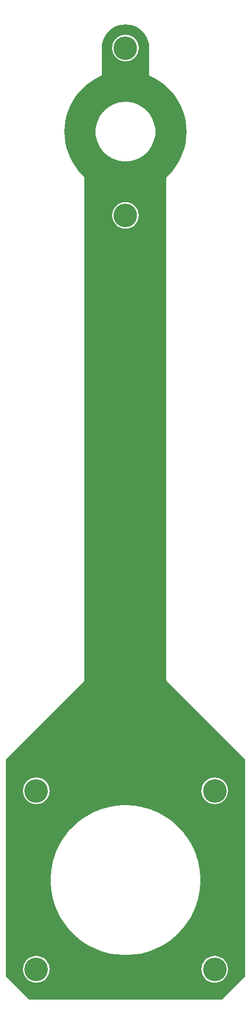
<source format=gbl>
G04*
G04 #@! TF.GenerationSoftware,Altium Limited,Altium Designer,21.2.0 (30)*
G04*
G04 Layer_Physical_Order=2*
G04 Layer_Color=16711680*
%FSLAX25Y25*%
%MOIN*%
G70*
G04*
G04 #@! TF.SameCoordinates,4CBECB1B-55B4-4B8D-9185-352C28CE6FA5*
G04*
G04*
G04 #@! TF.FilePolarity,Positive*
G04*
G01*
G75*
%ADD12C,0.16142*%
G36*
X85804Y668330D02*
X88279Y667736D01*
X90630Y666762D01*
X92800Y665432D01*
X94735Y663779D01*
X96387Y661845D01*
X97717Y659675D01*
X98691Y657324D01*
X99285Y654849D01*
X99476Y652419D01*
X99455Y652313D01*
X99455Y634596D01*
X99571Y634011D01*
X99903Y633515D01*
X100362Y633208D01*
X100357Y633198D01*
X100932Y632960D01*
X104166Y631276D01*
X107241Y629317D01*
X110134Y627097D01*
X112823Y624634D01*
X115286Y621945D01*
X117506Y619052D01*
X119465Y615977D01*
X121149Y612743D01*
X122544Y609374D01*
X123640Y605897D01*
X124430Y602337D01*
X124906Y598722D01*
X125065Y595079D01*
X124906Y591436D01*
X124430Y587821D01*
X123640Y584261D01*
X122544Y580783D01*
X121149Y577415D01*
X119465Y574180D01*
X117506Y571105D01*
X115286Y568212D01*
X112823Y565524D01*
X112080Y564844D01*
X111740Y564531D01*
X111486Y564139D01*
X111448Y564082D01*
X111382Y563984D01*
X111266Y563399D01*
Y220276D01*
X111382Y219690D01*
X111714Y219194D01*
X165006Y165902D01*
X165006Y17464D01*
X149071Y1529D01*
X17464D01*
X1529Y17464D01*
Y165902D01*
X54822Y219194D01*
X55153Y219690D01*
X55270Y220276D01*
Y563399D01*
X55153Y563984D01*
X55088Y564082D01*
X55049Y564139D01*
X54796Y564531D01*
X54455Y564844D01*
X53713Y565524D01*
X51249Y568212D01*
X49030Y571105D01*
X47071Y574180D01*
X45387Y577415D01*
X43992Y580783D01*
X42895Y584261D01*
X42106Y587821D01*
X41630Y591436D01*
X41471Y595079D01*
X41630Y598722D01*
X42106Y602337D01*
X42895Y605897D01*
X43992Y609374D01*
X45387Y612743D01*
X47071Y615977D01*
X49030Y619052D01*
X51249Y621945D01*
X53713Y624634D01*
X56401Y627097D01*
X59294Y629317D01*
X62369Y631276D01*
X65604Y632960D01*
X66178Y633198D01*
X66173Y633208D01*
X66633Y633515D01*
X66964Y634011D01*
X67081Y634596D01*
Y652313D01*
X67059Y652419D01*
X67251Y654849D01*
X67845Y657324D01*
X68819Y659675D01*
X70148Y661845D01*
X71801Y663779D01*
X73736Y665432D01*
X75906Y666762D01*
X78256Y667736D01*
X80731Y668330D01*
X83268Y668529D01*
X85804Y668330D01*
D02*
G37*
%LPC*%
G36*
X83268Y661426D02*
X81489Y661251D01*
X79780Y660732D01*
X78204Y659890D01*
X76823Y658756D01*
X75689Y657375D01*
X74847Y655799D01*
X74328Y654089D01*
X74153Y652311D01*
X74328Y650533D01*
X74847Y648823D01*
X75689Y647247D01*
X76823Y645866D01*
X78204Y644732D01*
X79780Y643890D01*
X81489Y643371D01*
X83268Y643196D01*
X85046Y643371D01*
X86756Y643890D01*
X88332Y644732D01*
X89713Y645866D01*
X90846Y647247D01*
X91689Y648823D01*
X92207Y650533D01*
X92383Y652311D01*
X92207Y654089D01*
X91689Y655799D01*
X90846Y657375D01*
X89713Y658756D01*
X88332Y659890D01*
X86756Y660732D01*
X85046Y661251D01*
X83268Y661426D01*
D02*
G37*
G36*
X84535Y615439D02*
X82000D01*
X81934Y615426D01*
X81867Y615430D01*
X79353Y615099D01*
X79290Y615078D01*
X79223Y615073D01*
X76774Y614417D01*
X76713Y614387D01*
X76647Y614374D01*
X74305Y613404D01*
X74249Y613367D01*
X74186Y613345D01*
X71990Y612077D01*
X71939Y612033D01*
X71879Y612003D01*
X69868Y610460D01*
X69823Y610409D01*
X69767Y610372D01*
X67975Y608579D01*
X67937Y608523D01*
X67887Y608479D01*
X66343Y606467D01*
X66313Y606407D01*
X66269Y606357D01*
X65001Y604161D01*
X64980Y604097D01*
X64943Y604041D01*
X63972Y601699D01*
X63959Y601633D01*
X63929Y601573D01*
X63273Y599124D01*
X63269Y599057D01*
X63247Y598993D01*
X62916Y596480D01*
X62921Y596412D01*
X62908Y596346D01*
Y593811D01*
X62921Y593745D01*
X62916Y593678D01*
X63247Y591164D01*
X63269Y591101D01*
X63273Y591034D01*
X63929Y588585D01*
X63959Y588524D01*
X63972Y588458D01*
X64943Y586116D01*
X64980Y586060D01*
X65001Y585996D01*
X66269Y583801D01*
X66313Y583750D01*
X66343Y583690D01*
X67887Y581679D01*
X67937Y581634D01*
X67975Y581578D01*
X69767Y579786D01*
X69823Y579748D01*
X69868Y579698D01*
X71879Y578154D01*
X71939Y578125D01*
X71990Y578080D01*
X74186Y576813D01*
X74249Y576791D01*
X74305Y576754D01*
X76647Y575783D01*
X76713Y575770D01*
X76774Y575740D01*
X79223Y575084D01*
X79290Y575080D01*
X79353Y575058D01*
X81867Y574727D01*
X81934Y574732D01*
X82000Y574719D01*
X84535D01*
X84601Y574732D01*
X84668Y574727D01*
X87182Y575058D01*
X87246Y575080D01*
X87313Y575084D01*
X89762Y575740D01*
X89822Y575770D01*
X89888Y575783D01*
X92230Y576754D01*
X92286Y576791D01*
X92350Y576813D01*
X94546Y578080D01*
X94596Y578125D01*
X94656Y578154D01*
X96668Y579698D01*
X96712Y579748D01*
X96768Y579786D01*
X98561Y581578D01*
X98598Y581634D01*
X98649Y581679D01*
X100192Y583690D01*
X100222Y583750D01*
X100266Y583801D01*
X101534Y585996D01*
X101556Y586060D01*
X101593Y586116D01*
X102563Y588458D01*
X102576Y588524D01*
X102606Y588585D01*
X103262Y591034D01*
X103267Y591101D01*
X103288Y591164D01*
X103619Y593678D01*
X103615Y593745D01*
X103628Y593811D01*
Y596346D01*
X103615Y596412D01*
X103619Y596480D01*
X103288Y598993D01*
X103267Y599057D01*
X103262Y599124D01*
X102606Y601573D01*
X102576Y601633D01*
X102563Y601699D01*
X101593Y604041D01*
X101556Y604097D01*
X101534Y604161D01*
X100266Y606357D01*
X100222Y606407D01*
X100192Y606467D01*
X98649Y608479D01*
X98598Y608523D01*
X98561Y608579D01*
X96768Y610372D01*
X96712Y610409D01*
X96668Y610460D01*
X94656Y612003D01*
X94596Y612033D01*
X94546Y612077D01*
X92350Y613345D01*
X92286Y613367D01*
X92230Y613404D01*
X89888Y614374D01*
X89822Y614387D01*
X89762Y614417D01*
X87313Y615073D01*
X87246Y615078D01*
X87182Y615099D01*
X84668Y615430D01*
X84601Y615426D01*
X84535Y615439D01*
D02*
G37*
G36*
X83268Y546961D02*
X81489Y546786D01*
X79780Y546267D01*
X78204Y545425D01*
X76823Y544292D01*
X75689Y542910D01*
X74847Y541334D01*
X74328Y539625D01*
X74153Y537847D01*
X74328Y536068D01*
X74847Y534358D01*
X75689Y532783D01*
X76823Y531401D01*
X78204Y530268D01*
X79780Y529425D01*
X81489Y528907D01*
X83268Y528732D01*
X85046Y528907D01*
X86756Y529425D01*
X88332Y530268D01*
X89713Y531401D01*
X90846Y532783D01*
X91689Y534358D01*
X92207Y536068D01*
X92383Y537847D01*
X92207Y539625D01*
X91689Y541334D01*
X90846Y542910D01*
X89713Y544292D01*
X88332Y545425D01*
X86756Y546267D01*
X85046Y546786D01*
X83268Y546961D01*
D02*
G37*
G36*
X144291Y153406D02*
X142513Y153231D01*
X140803Y152712D01*
X139227Y151870D01*
X137846Y150736D01*
X136713Y149355D01*
X135870Y147779D01*
X135352Y146070D01*
X135177Y144291D01*
X135352Y142513D01*
X135870Y140803D01*
X136713Y139227D01*
X137846Y137846D01*
X139227Y136713D01*
X140803Y135870D01*
X142513Y135352D01*
X144291Y135177D01*
X146070Y135352D01*
X147779Y135870D01*
X149355Y136713D01*
X150736Y137846D01*
X151870Y139227D01*
X152712Y140803D01*
X153231Y142513D01*
X153406Y144291D01*
X153231Y146070D01*
X152712Y147779D01*
X151870Y149355D01*
X150736Y150736D01*
X149355Y151870D01*
X147779Y152712D01*
X146070Y153231D01*
X144291Y153406D01*
D02*
G37*
G36*
X22244D02*
X20466Y153231D01*
X18756Y152712D01*
X17180Y151870D01*
X15799Y150736D01*
X14665Y149355D01*
X13823Y147779D01*
X13305Y146070D01*
X13129Y144291D01*
X13305Y142513D01*
X13823Y140803D01*
X14665Y139227D01*
X15799Y137846D01*
X17180Y136713D01*
X18756Y135870D01*
X20466Y135352D01*
X22244Y135177D01*
X24022Y135352D01*
X25732Y135870D01*
X27308Y136713D01*
X28689Y137846D01*
X29823Y139227D01*
X30665Y140803D01*
X31184Y142513D01*
X31359Y144291D01*
X31184Y146070D01*
X30665Y147779D01*
X29823Y149355D01*
X28689Y150736D01*
X27308Y151870D01*
X25732Y152712D01*
X24022Y153231D01*
X22244Y153406D01*
D02*
G37*
G36*
X85240Y134484D02*
X81296D01*
X81256Y134476D01*
X81216Y134481D01*
X77283Y134171D01*
X77244Y134160D01*
X77204Y134162D01*
X73308Y133545D01*
X73270Y133531D01*
X73229Y133529D01*
X69394Y132609D01*
X69357Y132592D01*
X69317Y132587D01*
X65565Y131368D01*
X65530Y131348D01*
X65490Y131340D01*
X61846Y129831D01*
X61812Y129808D01*
X61773Y129797D01*
X58259Y128006D01*
X58227Y127981D01*
X58189Y127967D01*
X54826Y125906D01*
X54796Y125879D01*
X54759Y125862D01*
X51568Y123543D01*
X51540Y123514D01*
X51505Y123494D01*
X48506Y120932D01*
X48480Y120900D01*
X48447Y120878D01*
X45658Y118089D01*
X45635Y118055D01*
X45603Y118030D01*
X43042Y115030D01*
X43022Y114995D01*
X42992Y114968D01*
X40674Y111776D01*
X40657Y111740D01*
X40629Y111710D01*
X38568Y108347D01*
X38554Y108309D01*
X38529Y108277D01*
X36738Y104762D01*
X36727Y104723D01*
X36705Y104690D01*
X35195Y101045D01*
X35187Y101005D01*
X35167Y100970D01*
X33948Y97219D01*
X33944Y97179D01*
X33927Y97142D01*
X33006Y93306D01*
X33004Y93266D01*
X32990Y93228D01*
X32373Y89332D01*
X32375Y89291D01*
X32364Y89252D01*
X32054Y85320D01*
X32059Y85280D01*
X32051Y85240D01*
Y81296D01*
X32059Y81256D01*
X32054Y81216D01*
X32364Y77283D01*
X32375Y77244D01*
X32373Y77204D01*
X32990Y73308D01*
X33004Y73270D01*
X33006Y73229D01*
X33927Y69394D01*
X33944Y69357D01*
X33948Y69317D01*
X35167Y65565D01*
X35187Y65530D01*
X35195Y65490D01*
X36705Y61846D01*
X36727Y61812D01*
X36738Y61773D01*
X38529Y58259D01*
X38554Y58227D01*
X38568Y58189D01*
X40629Y54826D01*
X40657Y54796D01*
X40674Y54759D01*
X42992Y51568D01*
X43022Y51540D01*
X43042Y51505D01*
X45603Y48506D01*
X45635Y48480D01*
X45658Y48447D01*
X48447Y45658D01*
X48480Y45635D01*
X48506Y45603D01*
X51505Y43042D01*
X51540Y43022D01*
X51568Y42992D01*
X54759Y40674D01*
X54796Y40657D01*
X54826Y40629D01*
X58189Y38568D01*
X58227Y38554D01*
X58259Y38529D01*
X61773Y36738D01*
X61812Y36727D01*
X61846Y36705D01*
X65490Y35195D01*
X65530Y35187D01*
X65565Y35167D01*
X69317Y33948D01*
X69357Y33944D01*
X69394Y33927D01*
X73229Y33006D01*
X73270Y33004D01*
X73308Y32990D01*
X77204Y32373D01*
X77244Y32375D01*
X77283Y32364D01*
X81216Y32054D01*
X81256Y32059D01*
X81296Y32051D01*
X85240D01*
X85280Y32059D01*
X85320Y32054D01*
X89252Y32364D01*
X89291Y32375D01*
X89332Y32373D01*
X93228Y32990D01*
X93266Y33004D01*
X93306Y33006D01*
X97142Y33927D01*
X97179Y33944D01*
X97219Y33948D01*
X100970Y35167D01*
X101005Y35187D01*
X101045Y35195D01*
X104690Y36705D01*
X104723Y36727D01*
X104762Y36738D01*
X108277Y38529D01*
X108309Y38554D01*
X108347Y38568D01*
X111710Y40629D01*
X111740Y40657D01*
X111776Y40674D01*
X114968Y42992D01*
X114995Y43022D01*
X115030Y43042D01*
X118030Y45603D01*
X118055Y45635D01*
X118089Y45658D01*
X120878Y48447D01*
X120900Y48480D01*
X120932Y48506D01*
X123494Y51505D01*
X123514Y51540D01*
X123543Y51568D01*
X125862Y54759D01*
X125879Y54796D01*
X125906Y54826D01*
X127967Y58189D01*
X127981Y58227D01*
X128006Y58259D01*
X129797Y61773D01*
X129808Y61812D01*
X129831Y61846D01*
X131340Y65490D01*
X131348Y65530D01*
X131368Y65565D01*
X132587Y69317D01*
X132592Y69357D01*
X132609Y69394D01*
X133529Y73229D01*
X133531Y73270D01*
X133545Y73308D01*
X134162Y77204D01*
X134160Y77244D01*
X134171Y77283D01*
X134481Y81216D01*
X134476Y81256D01*
X134484Y81296D01*
Y85240D01*
X134476Y85280D01*
X134481Y85320D01*
X134171Y89252D01*
X134160Y89291D01*
X134162Y89332D01*
X133545Y93228D01*
X133531Y93266D01*
X133529Y93306D01*
X132609Y97142D01*
X132592Y97179D01*
X132587Y97219D01*
X131368Y100970D01*
X131348Y101005D01*
X131340Y101045D01*
X129831Y104690D01*
X129808Y104723D01*
X129797Y104762D01*
X128006Y108277D01*
X127981Y108309D01*
X127967Y108347D01*
X125906Y111710D01*
X125879Y111740D01*
X125862Y111776D01*
X123543Y114968D01*
X123514Y114995D01*
X123494Y115030D01*
X120932Y118030D01*
X120900Y118055D01*
X120878Y118089D01*
X118089Y120878D01*
X118055Y120900D01*
X118030Y120932D01*
X115030Y123494D01*
X114995Y123514D01*
X114968Y123543D01*
X111776Y125862D01*
X111740Y125879D01*
X111710Y125906D01*
X108347Y127967D01*
X108309Y127981D01*
X108277Y128006D01*
X104762Y129797D01*
X104723Y129808D01*
X104690Y129831D01*
X101045Y131340D01*
X101005Y131348D01*
X100970Y131368D01*
X97219Y132587D01*
X97179Y132592D01*
X97142Y132609D01*
X93306Y133529D01*
X93266Y133531D01*
X93228Y133545D01*
X89332Y134162D01*
X89291Y134160D01*
X89252Y134171D01*
X85320Y134481D01*
X85280Y134476D01*
X85240Y134484D01*
D02*
G37*
G36*
X144291Y31359D02*
X142513Y31184D01*
X140803Y30665D01*
X139227Y29823D01*
X137846Y28689D01*
X136713Y27308D01*
X135870Y25732D01*
X135352Y24022D01*
X135177Y22244D01*
X135352Y20466D01*
X135870Y18756D01*
X136713Y17180D01*
X137846Y15799D01*
X139227Y14665D01*
X140803Y13823D01*
X142513Y13305D01*
X144291Y13129D01*
X146070Y13305D01*
X147779Y13823D01*
X149355Y14665D01*
X150736Y15799D01*
X151870Y17180D01*
X152712Y18756D01*
X153231Y20466D01*
X153406Y22244D01*
X153231Y24022D01*
X152712Y25732D01*
X151870Y27308D01*
X150736Y28689D01*
X149355Y29823D01*
X147779Y30665D01*
X146070Y31184D01*
X144291Y31359D01*
D02*
G37*
G36*
X22244D02*
X20466Y31184D01*
X18756Y30665D01*
X17180Y29823D01*
X15799Y28689D01*
X14665Y27308D01*
X13823Y25732D01*
X13305Y24022D01*
X13129Y22244D01*
X13305Y20466D01*
X13823Y18756D01*
X14665Y17180D01*
X15799Y15799D01*
X17180Y14665D01*
X18756Y13823D01*
X20466Y13305D01*
X22244Y13129D01*
X24022Y13305D01*
X25732Y13823D01*
X27308Y14665D01*
X28689Y15799D01*
X29823Y17180D01*
X30665Y18756D01*
X31184Y20466D01*
X31359Y22244D01*
X31184Y24022D01*
X30665Y25732D01*
X29823Y27308D01*
X28689Y28689D01*
X27308Y29823D01*
X25732Y30665D01*
X24022Y31184D01*
X22244Y31359D01*
D02*
G37*
%LPD*%
D12*
Y144291D02*
D03*
X144291D02*
D03*
Y22244D02*
D03*
X22244D02*
D03*
X83268Y652311D02*
D03*
Y537847D02*
D03*
M02*

</source>
